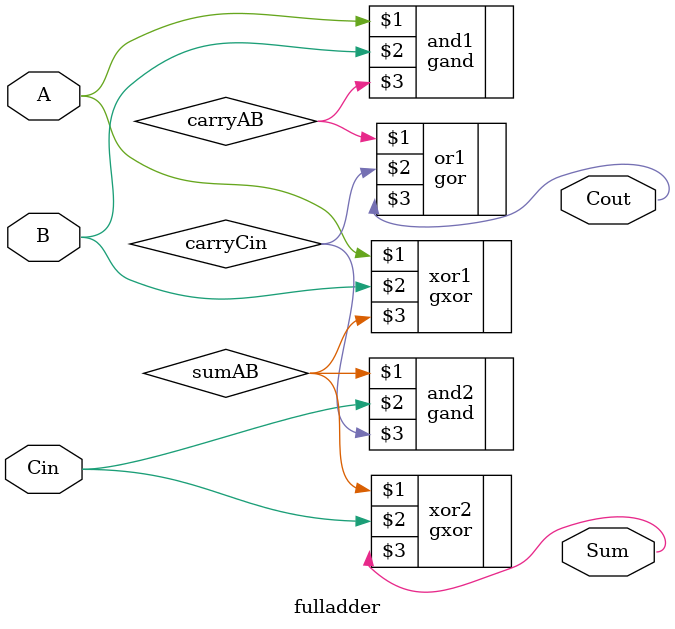
<source format=v>
`include "../../gates01/gxor.v"
`include "../../gates01/gand.v"
`include "../../gates01/gor.v"

module fulladder(
    input A, B, Cin,
    output Sum, Cout
);
    wire sumAB, carryAB, carryCin;

    gxor xor1 (A, B, sumAB);     
    gxor xor2 (sumAB, Cin, Sum);  

    gand and1 (A, B, carryAB);     
    gand and2 (sumAB, Cin, carryCin); 
    gor or1 (carryAB, carryCin, Cout); 
endmodule

</source>
